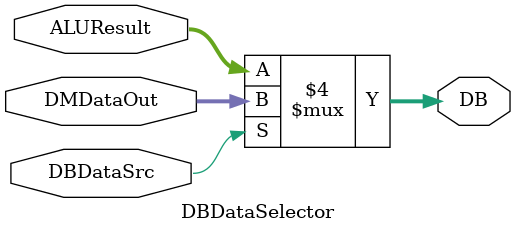
<source format=v>
`timescale 1ns / 1ps

module DBDataSelector(
    input DBDataSrc,
    input[31:0] ALUResult,
    input[31:0]DMDataOut,
    output reg[31:0]DB
    );
    always@(DBDataSrc)
    begin
        if(DBDataSrc==0)
        begin
            DB=ALUResult;
        end
        
        else
        begin
            DB=DMDataOut;
        end
    end
endmodule

</source>
